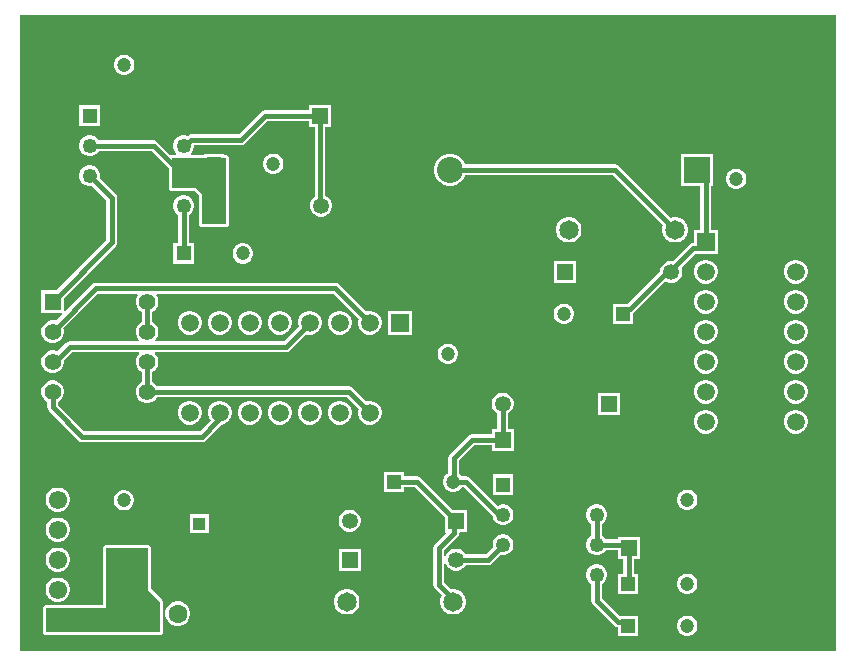
<source format=gtl>
G04*
G04 #@! TF.GenerationSoftware,Altium Limited,Altium Designer,21.2.1 (34)*
G04*
G04 Layer_Physical_Order=1*
G04 Layer_Color=255*
%FSLAX25Y25*%
%MOIN*%
G70*
G04*
G04 #@! TF.SameCoordinates,3CCBA5C7-3EF3-4D3C-93EB-A50EB93EC52C*
G04*
G04*
G04 #@! TF.FilePolarity,Positive*
G04*
G01*
G75*
%ADD18C,0.04921*%
%ADD19R,0.04921X0.04921*%
%ADD22C,0.04724*%
%ADD23R,0.04724X0.04724*%
%ADD24C,0.05512*%
%ADD25R,0.05512X0.05512*%
%ADD26R,0.04724X0.04724*%
%ADD31C,0.04331*%
%ADD32R,0.04331X0.04331*%
%ADD33C,0.08661*%
%ADD34R,0.08661X0.08661*%
%ADD37C,0.01500*%
%ADD38C,0.05906*%
%ADD39R,0.05906X0.05906*%
%ADD40R,0.05315X0.05315*%
%ADD41C,0.05315*%
%ADD42C,0.06496*%
%ADD43R,0.05906X0.05906*%
%ADD44C,0.06299*%
%ADD45R,0.06299X0.06299*%
%ADD46R,0.06102X0.06102*%
%ADD47C,0.06102*%
G36*
X273471Y1529D02*
X1529D01*
Y213471D01*
X273471D01*
Y1529D01*
D02*
G37*
%LPC*%
G36*
X36600Y200362D02*
X35715D01*
X34860Y200133D01*
X34093Y199690D01*
X33467Y199064D01*
X33024Y198298D01*
X32795Y197443D01*
Y196557D01*
X33024Y195702D01*
X33467Y194936D01*
X34093Y194310D01*
X34860Y193867D01*
X35715Y193638D01*
X36600D01*
X37455Y193867D01*
X38222Y194310D01*
X38848Y194936D01*
X39291Y195702D01*
X39520Y196557D01*
Y197443D01*
X39291Y198298D01*
X38848Y199064D01*
X38222Y199690D01*
X37455Y200133D01*
X36600Y200362D01*
D02*
G37*
G36*
X105091Y183658D02*
X97776D01*
Y181784D01*
X83000D01*
X83000Y181784D01*
X82317Y181649D01*
X81738Y181262D01*
X74261Y173784D01*
X58511D01*
X58511Y173784D01*
X57828Y173649D01*
X57249Y173262D01*
X57249Y173262D01*
X57222Y173234D01*
X56377Y173461D01*
X55466D01*
X54585Y173225D01*
X53796Y172769D01*
X53152Y172125D01*
X52697Y171336D01*
X52461Y170456D01*
Y169544D01*
X52697Y168664D01*
X53152Y167875D01*
X53508Y167520D01*
X53300Y167020D01*
X52000D01*
X51610Y166942D01*
X51546Y166899D01*
X47183Y171262D01*
X46604Y171649D01*
X45921Y171784D01*
X27627D01*
X27431Y172125D01*
X26786Y172769D01*
X25997Y173225D01*
X25117Y173461D01*
X24206D01*
X23326Y173225D01*
X22536Y172769D01*
X21892Y172125D01*
X21437Y171336D01*
X21201Y170456D01*
Y169544D01*
X21437Y168664D01*
X21892Y167875D01*
X22536Y167231D01*
X23326Y166775D01*
X24206Y166539D01*
X25117D01*
X25997Y166775D01*
X26786Y167231D01*
X27431Y167875D01*
X27627Y168216D01*
X45182D01*
X50980Y162417D01*
Y156000D01*
X51058Y155610D01*
X51279Y155279D01*
X51610Y155058D01*
X52000Y154980D01*
X59578D01*
X60980Y153578D01*
Y144000D01*
X61058Y143610D01*
X61279Y143279D01*
X61610Y143058D01*
X62000Y142980D01*
X70000D01*
X70390Y143058D01*
X70721Y143279D01*
X70942Y143610D01*
X71020Y144000D01*
Y166000D01*
X70942Y166390D01*
X70721Y166721D01*
X70390Y166942D01*
X70000Y167020D01*
X69520D01*
Y167362D01*
X62795D01*
Y167020D01*
X58542D01*
X58335Y167520D01*
X58690Y167875D01*
X59146Y168664D01*
X59382Y169544D01*
Y170216D01*
X75000D01*
X75683Y170352D01*
X76262Y170738D01*
X83739Y178216D01*
X97776D01*
Y176342D01*
X99649D01*
Y153030D01*
X99471Y152927D01*
X98790Y152246D01*
X98308Y151412D01*
X98059Y150481D01*
Y149519D01*
X98308Y148588D01*
X98790Y147754D01*
X99471Y147073D01*
X100305Y146592D01*
X101235Y146343D01*
X102198D01*
X103128Y146592D01*
X103962Y147073D01*
X104643Y147754D01*
X105125Y148588D01*
X105374Y149519D01*
Y150481D01*
X105125Y151412D01*
X104643Y152246D01*
X103962Y152927D01*
X103217Y153357D01*
Y176342D01*
X105091D01*
Y183658D01*
D02*
G37*
G36*
X28122Y183461D02*
X21201D01*
Y176539D01*
X28122D01*
Y183461D01*
D02*
G37*
G36*
X86285Y167362D02*
X85400D01*
X84545Y167133D01*
X83778Y166690D01*
X83152Y166064D01*
X82709Y165298D01*
X82480Y164443D01*
Y163557D01*
X82709Y162702D01*
X83152Y161936D01*
X83778Y161310D01*
X84545Y160867D01*
X85400Y160638D01*
X86285D01*
X87140Y160867D01*
X87907Y161310D01*
X88533Y161936D01*
X88976Y162702D01*
X89205Y163557D01*
Y164443D01*
X88976Y165298D01*
X88533Y166064D01*
X87907Y166690D01*
X87140Y167133D01*
X86285Y167362D01*
D02*
G37*
G36*
X240600Y162362D02*
X239715D01*
X238860Y162133D01*
X238093Y161690D01*
X237467Y161064D01*
X237024Y160298D01*
X236795Y159443D01*
Y158557D01*
X237024Y157702D01*
X237467Y156936D01*
X238093Y156310D01*
X238860Y155867D01*
X239715Y155638D01*
X240600D01*
X241455Y155867D01*
X242222Y156310D01*
X242848Y156936D01*
X243290Y157702D01*
X243520Y158557D01*
Y159443D01*
X243290Y160298D01*
X242848Y161064D01*
X242222Y161690D01*
X241455Y162133D01*
X240600Y162362D01*
D02*
G37*
G36*
X145481Y167331D02*
X144078D01*
X142722Y166967D01*
X141506Y166266D01*
X140514Y165273D01*
X139812Y164058D01*
X139449Y162702D01*
Y161298D01*
X139812Y159942D01*
X140514Y158727D01*
X141506Y157734D01*
X142722Y157033D01*
X144078Y156669D01*
X145481D01*
X146837Y157033D01*
X148053Y157734D01*
X149045Y158727D01*
X149747Y159942D01*
X149820Y160216D01*
X198977D01*
X215715Y143478D01*
X215469Y142559D01*
Y141441D01*
X215758Y140360D01*
X216317Y139392D01*
X217108Y138601D01*
X218077Y138041D01*
X219157Y137752D01*
X220276D01*
X221356Y138041D01*
X222325Y138601D01*
X223116Y139392D01*
X223675Y140360D01*
X223965Y141441D01*
Y142559D01*
X223675Y143640D01*
X223116Y144608D01*
X222325Y145399D01*
X221356Y145958D01*
X220276Y146248D01*
X219157D01*
X218238Y146002D01*
X200978Y163262D01*
X200399Y163648D01*
X199716Y163784D01*
X149820D01*
X149747Y164058D01*
X149045Y165273D01*
X148053Y166266D01*
X146837Y166967D01*
X145481Y167331D01*
D02*
G37*
G36*
X184843Y146248D02*
X183724D01*
X182644Y145958D01*
X181675Y145399D01*
X180884Y144608D01*
X180325Y143640D01*
X180035Y142559D01*
Y141441D01*
X180325Y140360D01*
X180884Y139392D01*
X181675Y138601D01*
X182644Y138041D01*
X183724Y137752D01*
X184843D01*
X185923Y138041D01*
X186892Y138601D01*
X187683Y139392D01*
X188242Y140360D01*
X188531Y141441D01*
Y142559D01*
X188242Y143640D01*
X187683Y144608D01*
X186892Y145399D01*
X185923Y145958D01*
X184843Y146248D01*
D02*
G37*
G36*
X232551Y167331D02*
X221890D01*
Y156669D01*
X228216D01*
Y141953D01*
X226047D01*
Y137582D01*
X225797D01*
X225114Y137446D01*
X224536Y137059D01*
X224535Y137059D01*
X219101Y131625D01*
X218979Y131658D01*
X218016D01*
X217086Y131408D01*
X216252Y130927D01*
X215571Y130246D01*
X215089Y129412D01*
X214840Y128481D01*
Y128363D01*
X203854Y117377D01*
X203780Y117362D01*
X198978D01*
Y110638D01*
X205702D01*
Y114236D01*
X205874Y114350D01*
X216470Y124947D01*
X217086Y124592D01*
X218016Y124343D01*
X218979D01*
X219909Y124592D01*
X220743Y125073D01*
X221424Y125754D01*
X221906Y126588D01*
X222155Y127518D01*
Y128481D01*
X221912Y129389D01*
X226536Y134013D01*
X227797D01*
X227970Y134047D01*
X233953D01*
Y141953D01*
X231784D01*
Y156669D01*
X232551D01*
Y167331D01*
D02*
G37*
G36*
X76049Y137441D02*
X75164D01*
X74309Y137212D01*
X73542Y136769D01*
X72916Y136143D01*
X72473Y135377D01*
X72244Y134521D01*
Y133636D01*
X72473Y132781D01*
X72916Y132014D01*
X73542Y131388D01*
X74309Y130946D01*
X75164Y130717D01*
X76049D01*
X76904Y130946D01*
X77671Y131388D01*
X78297Y132014D01*
X78739Y132781D01*
X78969Y133636D01*
Y134521D01*
X78739Y135377D01*
X78297Y136143D01*
X77671Y136769D01*
X76904Y137212D01*
X76049Y137441D01*
D02*
G37*
G36*
X56377Y153461D02*
X55466D01*
X54585Y153225D01*
X53796Y152769D01*
X53152Y152125D01*
X52697Y151336D01*
X52461Y150456D01*
Y149544D01*
X52697Y148664D01*
X53152Y147875D01*
X53796Y147231D01*
X54137Y147034D01*
Y137441D01*
X52559D01*
Y130717D01*
X59284D01*
Y137441D01*
X57705D01*
Y147034D01*
X58046Y147231D01*
X58690Y147875D01*
X59146Y148664D01*
X59382Y149544D01*
Y150456D01*
X59146Y151336D01*
X58690Y152125D01*
X58046Y152769D01*
X57257Y153225D01*
X56377Y153461D01*
D02*
G37*
G36*
X186722Y131658D02*
X179407D01*
Y124343D01*
X186722D01*
Y131658D01*
D02*
G37*
G36*
X260520Y131953D02*
X259480D01*
X258474Y131683D01*
X257573Y131163D01*
X256837Y130427D01*
X256317Y129526D01*
X256047Y128520D01*
Y127480D01*
X256317Y126474D01*
X256837Y125573D01*
X257573Y124837D01*
X258474Y124317D01*
X259480Y124047D01*
X260520D01*
X261526Y124317D01*
X262427Y124837D01*
X263163Y125573D01*
X263683Y126474D01*
X263953Y127480D01*
Y128520D01*
X263683Y129526D01*
X263163Y130427D01*
X262427Y131163D01*
X261526Y131683D01*
X260520Y131953D01*
D02*
G37*
G36*
X230520D02*
X229480D01*
X228474Y131683D01*
X227573Y131163D01*
X226837Y130427D01*
X226317Y129526D01*
X226047Y128520D01*
Y127480D01*
X226317Y126474D01*
X226837Y125573D01*
X227573Y124837D01*
X228474Y124317D01*
X229480Y124047D01*
X230520D01*
X231526Y124317D01*
X232427Y124837D01*
X233163Y125573D01*
X233683Y126474D01*
X233953Y127480D01*
Y128520D01*
X233683Y129526D01*
X233163Y130427D01*
X232427Y131163D01*
X231526Y131683D01*
X230520Y131953D01*
D02*
G37*
G36*
X260520Y121953D02*
X259480D01*
X258474Y121683D01*
X257573Y121163D01*
X256837Y120427D01*
X256317Y119526D01*
X256047Y118520D01*
Y117480D01*
X256317Y116474D01*
X256837Y115573D01*
X257573Y114837D01*
X258474Y114317D01*
X259480Y114047D01*
X260520D01*
X261526Y114317D01*
X262427Y114837D01*
X263163Y115573D01*
X263683Y116474D01*
X263953Y117480D01*
Y118520D01*
X263683Y119526D01*
X263163Y120427D01*
X262427Y121163D01*
X261526Y121683D01*
X260520Y121953D01*
D02*
G37*
G36*
X230520D02*
X229480D01*
X228474Y121683D01*
X227573Y121163D01*
X226837Y120427D01*
X226317Y119526D01*
X226047Y118520D01*
Y117480D01*
X226317Y116474D01*
X226837Y115573D01*
X227573Y114837D01*
X228474Y114317D01*
X229480Y114047D01*
X230520D01*
X231526Y114317D01*
X232427Y114837D01*
X233163Y115573D01*
X233683Y116474D01*
X233953Y117480D01*
Y118520D01*
X233683Y119526D01*
X233163Y120427D01*
X232427Y121163D01*
X231526Y121683D01*
X230520Y121953D01*
D02*
G37*
G36*
X183098Y117362D02*
X182212D01*
X181357Y117133D01*
X180591Y116690D01*
X179965Y116064D01*
X179522Y115298D01*
X179293Y114443D01*
Y113557D01*
X179522Y112702D01*
X179965Y111936D01*
X180591Y111310D01*
X181357Y110867D01*
X182212Y110638D01*
X183098D01*
X183953Y110867D01*
X184720Y111310D01*
X185345Y111936D01*
X185788Y112702D01*
X186017Y113557D01*
Y114443D01*
X185788Y115298D01*
X185345Y116064D01*
X184720Y116690D01*
X183953Y117133D01*
X183098Y117362D01*
D02*
G37*
G36*
X131953Y114953D02*
X124047D01*
Y107047D01*
X131953D01*
Y114953D01*
D02*
G37*
G36*
X25117Y163461D02*
X24206D01*
X23326Y163225D01*
X22536Y162769D01*
X21892Y162125D01*
X21437Y161336D01*
X21201Y160456D01*
Y159544D01*
X21437Y158664D01*
X21892Y157875D01*
X22536Y157231D01*
X23326Y156775D01*
X24206Y156539D01*
X25117D01*
X25497Y156641D01*
X30216Y151922D01*
Y138489D01*
X13483Y121756D01*
X8494D01*
Y114244D01*
X15317D01*
X15509Y113782D01*
X13327Y111600D01*
X12744Y111756D01*
X11755D01*
X10800Y111500D01*
X9944Y111005D01*
X9245Y110306D01*
X8750Y109450D01*
X8494Y108494D01*
Y107506D01*
X8750Y106550D01*
X9245Y105694D01*
X9944Y104994D01*
X10800Y104500D01*
X11755Y104244D01*
X12744D01*
X13700Y104500D01*
X14556Y104994D01*
X15256Y105694D01*
X15750Y106550D01*
X16006Y107506D01*
Y108494D01*
X15850Y109077D01*
X27495Y120722D01*
X40527D01*
X40696Y120222D01*
X40250Y119450D01*
X39994Y118494D01*
Y117506D01*
X40250Y116550D01*
X40745Y115694D01*
X41444Y114995D01*
X41966Y114693D01*
Y111307D01*
X41444Y111005D01*
X40745Y110306D01*
X40250Y109450D01*
X39994Y108494D01*
Y107506D01*
X40250Y106550D01*
X40745Y105694D01*
X41154Y105284D01*
X40947Y104784D01*
X18000D01*
X18000Y104784D01*
X17317Y104648D01*
X16738Y104262D01*
X16738Y104262D01*
X13875Y101399D01*
X13700Y101500D01*
X12744Y101756D01*
X11755D01*
X10800Y101500D01*
X9944Y101005D01*
X9245Y100306D01*
X8750Y99450D01*
X8494Y98494D01*
Y97505D01*
X8750Y96550D01*
X9245Y95694D01*
X9944Y94994D01*
X10800Y94500D01*
X11755Y94244D01*
X12744D01*
X13700Y94500D01*
X14556Y94994D01*
X15256Y95694D01*
X15750Y96550D01*
X16006Y97505D01*
Y98483D01*
X18739Y101216D01*
X40947D01*
X41154Y100716D01*
X40745Y100306D01*
X40250Y99450D01*
X39994Y98494D01*
Y97505D01*
X40250Y96550D01*
X40745Y95694D01*
X41444Y94994D01*
X41966Y94693D01*
Y91307D01*
X41444Y91005D01*
X40745Y90306D01*
X40250Y89450D01*
X39994Y88494D01*
Y87506D01*
X40250Y86550D01*
X40745Y85694D01*
X41444Y84995D01*
X42300Y84500D01*
X43255Y84244D01*
X44245D01*
X45200Y84500D01*
X46056Y84995D01*
X46755Y85694D01*
X47057Y86216D01*
X110261D01*
X114239Y82237D01*
X114047Y81520D01*
Y80480D01*
X114317Y79474D01*
X114837Y78573D01*
X115573Y77837D01*
X116474Y77317D01*
X117480Y77047D01*
X118520D01*
X119526Y77317D01*
X120427Y77837D01*
X121163Y78573D01*
X121683Y79474D01*
X121953Y80480D01*
Y81520D01*
X121683Y82526D01*
X121163Y83427D01*
X120427Y84163D01*
X119526Y84683D01*
X118520Y84953D01*
X117480D01*
X116763Y84761D01*
X112262Y89262D01*
X111683Y89648D01*
X111000Y89784D01*
X47057D01*
X46755Y90306D01*
X46056Y91005D01*
X45534Y91307D01*
Y94693D01*
X46056Y94994D01*
X46755Y95694D01*
X47250Y96550D01*
X47506Y97505D01*
Y98494D01*
X47250Y99450D01*
X46755Y100306D01*
X46346Y100716D01*
X46553Y101216D01*
X90000D01*
X90683Y101351D01*
X91262Y101738D01*
X96763Y107239D01*
X97480Y107047D01*
X98520D01*
X99526Y107317D01*
X100427Y107837D01*
X101163Y108573D01*
X101683Y109474D01*
X101953Y110480D01*
Y111520D01*
X101683Y112526D01*
X101163Y113427D01*
X100427Y114163D01*
X99526Y114683D01*
X98520Y114953D01*
X97480D01*
X96474Y114683D01*
X95573Y114163D01*
X94837Y113427D01*
X94317Y112526D01*
X94047Y111520D01*
Y110480D01*
X94239Y109763D01*
X89261Y104784D01*
X46553D01*
X46346Y105284D01*
X46755Y105694D01*
X47250Y106550D01*
X47506Y107506D01*
Y108494D01*
X47250Y109450D01*
X46755Y110306D01*
X46056Y111005D01*
X45534Y111307D01*
Y114693D01*
X46056Y114995D01*
X46755Y115694D01*
X47250Y116550D01*
X47506Y117506D01*
Y118494D01*
X47250Y119450D01*
X46804Y120222D01*
X46973Y120722D01*
X105755D01*
X114239Y112237D01*
X114047Y111520D01*
Y110480D01*
X114317Y109474D01*
X114837Y108573D01*
X115573Y107837D01*
X116474Y107317D01*
X117480Y107047D01*
X118520D01*
X119526Y107317D01*
X120427Y107837D01*
X121163Y108573D01*
X121683Y109474D01*
X121953Y110480D01*
Y111520D01*
X121683Y112526D01*
X121163Y113427D01*
X120427Y114163D01*
X119526Y114683D01*
X118520Y114953D01*
X117480D01*
X116763Y114761D01*
X107756Y123768D01*
X107177Y124154D01*
X106494Y124290D01*
X26756D01*
X26073Y124154D01*
X25494Y123768D01*
X25494Y123768D01*
X16468Y114741D01*
X16006Y114933D01*
Y119232D01*
X33262Y136488D01*
X33262Y136488D01*
X33648Y137067D01*
X33784Y137750D01*
Y152661D01*
X33784Y152661D01*
X33648Y153344D01*
X33262Y153923D01*
X28020Y159165D01*
X28122Y159544D01*
Y160456D01*
X27886Y161336D01*
X27431Y162125D01*
X26786Y162769D01*
X25997Y163225D01*
X25117Y163461D01*
D02*
G37*
G36*
X108520Y114953D02*
X107480D01*
X106474Y114683D01*
X105573Y114163D01*
X104837Y113427D01*
X104317Y112526D01*
X104047Y111520D01*
Y110480D01*
X104317Y109474D01*
X104837Y108573D01*
X105573Y107837D01*
X106474Y107317D01*
X107480Y107047D01*
X108520D01*
X109526Y107317D01*
X110427Y107837D01*
X111163Y108573D01*
X111683Y109474D01*
X111953Y110480D01*
Y111520D01*
X111683Y112526D01*
X111163Y113427D01*
X110427Y114163D01*
X109526Y114683D01*
X108520Y114953D01*
D02*
G37*
G36*
X88520D02*
X87480D01*
X86474Y114683D01*
X85573Y114163D01*
X84837Y113427D01*
X84317Y112526D01*
X84047Y111520D01*
Y110480D01*
X84317Y109474D01*
X84837Y108573D01*
X85573Y107837D01*
X86474Y107317D01*
X87480Y107047D01*
X88520D01*
X89526Y107317D01*
X90427Y107837D01*
X91163Y108573D01*
X91683Y109474D01*
X91953Y110480D01*
Y111520D01*
X91683Y112526D01*
X91163Y113427D01*
X90427Y114163D01*
X89526Y114683D01*
X88520Y114953D01*
D02*
G37*
G36*
X78520D02*
X77480D01*
X76474Y114683D01*
X75573Y114163D01*
X74837Y113427D01*
X74317Y112526D01*
X74047Y111520D01*
Y110480D01*
X74317Y109474D01*
X74837Y108573D01*
X75573Y107837D01*
X76474Y107317D01*
X77480Y107047D01*
X78520D01*
X79526Y107317D01*
X80427Y107837D01*
X81163Y108573D01*
X81683Y109474D01*
X81953Y110480D01*
Y111520D01*
X81683Y112526D01*
X81163Y113427D01*
X80427Y114163D01*
X79526Y114683D01*
X78520Y114953D01*
D02*
G37*
G36*
X68520D02*
X67480D01*
X66474Y114683D01*
X65573Y114163D01*
X64837Y113427D01*
X64317Y112526D01*
X64047Y111520D01*
Y110480D01*
X64317Y109474D01*
X64837Y108573D01*
X65573Y107837D01*
X66474Y107317D01*
X67480Y107047D01*
X68520D01*
X69526Y107317D01*
X70427Y107837D01*
X71163Y108573D01*
X71683Y109474D01*
X71953Y110480D01*
Y111520D01*
X71683Y112526D01*
X71163Y113427D01*
X70427Y114163D01*
X69526Y114683D01*
X68520Y114953D01*
D02*
G37*
G36*
X58520D02*
X57480D01*
X56474Y114683D01*
X55573Y114163D01*
X54837Y113427D01*
X54317Y112526D01*
X54047Y111520D01*
Y110480D01*
X54317Y109474D01*
X54837Y108573D01*
X55573Y107837D01*
X56474Y107317D01*
X57480Y107047D01*
X58520D01*
X59526Y107317D01*
X60427Y107837D01*
X61163Y108573D01*
X61683Y109474D01*
X61953Y110480D01*
Y111520D01*
X61683Y112526D01*
X61163Y113427D01*
X60427Y114163D01*
X59526Y114683D01*
X58520Y114953D01*
D02*
G37*
G36*
X260520Y111953D02*
X259480D01*
X258474Y111683D01*
X257573Y111163D01*
X256837Y110427D01*
X256317Y109526D01*
X256047Y108520D01*
Y107480D01*
X256317Y106474D01*
X256837Y105573D01*
X257573Y104837D01*
X258474Y104317D01*
X259480Y104047D01*
X260520D01*
X261526Y104317D01*
X262427Y104837D01*
X263163Y105573D01*
X263683Y106474D01*
X263953Y107480D01*
Y108520D01*
X263683Y109526D01*
X263163Y110427D01*
X262427Y111163D01*
X261526Y111683D01*
X260520Y111953D01*
D02*
G37*
G36*
X230520D02*
X229480D01*
X228474Y111683D01*
X227573Y111163D01*
X226837Y110427D01*
X226317Y109526D01*
X226047Y108520D01*
Y107480D01*
X226317Y106474D01*
X226837Y105573D01*
X227573Y104837D01*
X228474Y104317D01*
X229480Y104047D01*
X230520D01*
X231526Y104317D01*
X232427Y104837D01*
X233163Y105573D01*
X233683Y106474D01*
X233953Y107480D01*
Y108520D01*
X233683Y109526D01*
X233163Y110427D01*
X232427Y111163D01*
X231526Y111683D01*
X230520Y111953D01*
D02*
G37*
G36*
X144443Y104047D02*
X143557D01*
X142702Y103818D01*
X141936Y103375D01*
X141310Y102750D01*
X140867Y101983D01*
X140638Y101128D01*
Y100242D01*
X140867Y99387D01*
X141310Y98621D01*
X141936Y97995D01*
X142702Y97552D01*
X143557Y97323D01*
X144443D01*
X145298Y97552D01*
X146064Y97995D01*
X146690Y98621D01*
X147133Y99387D01*
X147362Y100242D01*
Y101128D01*
X147133Y101983D01*
X146690Y102750D01*
X146064Y103375D01*
X145298Y103818D01*
X144443Y104047D01*
D02*
G37*
G36*
X260520Y101953D02*
X259480D01*
X258474Y101683D01*
X257573Y101163D01*
X256837Y100427D01*
X256317Y99526D01*
X256047Y98520D01*
Y97480D01*
X256317Y96474D01*
X256837Y95573D01*
X257573Y94837D01*
X258474Y94317D01*
X259480Y94047D01*
X260520D01*
X261526Y94317D01*
X262427Y94837D01*
X263163Y95573D01*
X263683Y96474D01*
X263953Y97480D01*
Y98520D01*
X263683Y99526D01*
X263163Y100427D01*
X262427Y101163D01*
X261526Y101683D01*
X260520Y101953D01*
D02*
G37*
G36*
X230520D02*
X229480D01*
X228474Y101683D01*
X227573Y101163D01*
X226837Y100427D01*
X226317Y99526D01*
X226047Y98520D01*
Y97480D01*
X226317Y96474D01*
X226837Y95573D01*
X227573Y94837D01*
X228474Y94317D01*
X229480Y94047D01*
X230520D01*
X231526Y94317D01*
X232427Y94837D01*
X233163Y95573D01*
X233683Y96474D01*
X233953Y97480D01*
Y98520D01*
X233683Y99526D01*
X233163Y100427D01*
X232427Y101163D01*
X231526Y101683D01*
X230520Y101953D01*
D02*
G37*
G36*
X260520Y91953D02*
X259480D01*
X258474Y91683D01*
X257573Y91163D01*
X256837Y90427D01*
X256317Y89526D01*
X256047Y88520D01*
Y87480D01*
X256317Y86474D01*
X256837Y85573D01*
X257573Y84837D01*
X258474Y84317D01*
X259480Y84047D01*
X260520D01*
X261526Y84317D01*
X262427Y84837D01*
X263163Y85573D01*
X263683Y86474D01*
X263953Y87480D01*
Y88520D01*
X263683Y89526D01*
X263163Y90427D01*
X262427Y91163D01*
X261526Y91683D01*
X260520Y91953D01*
D02*
G37*
G36*
X230520D02*
X229480D01*
X228474Y91683D01*
X227573Y91163D01*
X226837Y90427D01*
X226317Y89526D01*
X226047Y88520D01*
Y87480D01*
X226317Y86474D01*
X226837Y85573D01*
X227573Y84837D01*
X228474Y84317D01*
X229480Y84047D01*
X230520D01*
X231526Y84317D01*
X232427Y84837D01*
X233163Y85573D01*
X233683Y86474D01*
X233953Y87480D01*
Y88520D01*
X233683Y89526D01*
X233163Y90427D01*
X232427Y91163D01*
X231526Y91683D01*
X230520Y91953D01*
D02*
G37*
G36*
X201374Y87657D02*
X194059D01*
Y80343D01*
X201374D01*
Y87657D01*
D02*
G37*
G36*
X108520Y84953D02*
X107480D01*
X106474Y84683D01*
X105573Y84163D01*
X104837Y83427D01*
X104317Y82526D01*
X104047Y81520D01*
Y80480D01*
X104317Y79474D01*
X104837Y78573D01*
X105573Y77837D01*
X106474Y77317D01*
X107480Y77047D01*
X108520D01*
X109526Y77317D01*
X110427Y77837D01*
X111163Y78573D01*
X111683Y79474D01*
X111953Y80480D01*
Y81520D01*
X111683Y82526D01*
X111163Y83427D01*
X110427Y84163D01*
X109526Y84683D01*
X108520Y84953D01*
D02*
G37*
G36*
X98520D02*
X97480D01*
X96474Y84683D01*
X95573Y84163D01*
X94837Y83427D01*
X94317Y82526D01*
X94047Y81520D01*
Y80480D01*
X94317Y79474D01*
X94837Y78573D01*
X95573Y77837D01*
X96474Y77317D01*
X97480Y77047D01*
X98520D01*
X99526Y77317D01*
X100427Y77837D01*
X101163Y78573D01*
X101683Y79474D01*
X101953Y80480D01*
Y81520D01*
X101683Y82526D01*
X101163Y83427D01*
X100427Y84163D01*
X99526Y84683D01*
X98520Y84953D01*
D02*
G37*
G36*
X88520D02*
X87480D01*
X86474Y84683D01*
X85573Y84163D01*
X84837Y83427D01*
X84317Y82526D01*
X84047Y81520D01*
Y80480D01*
X84317Y79474D01*
X84837Y78573D01*
X85573Y77837D01*
X86474Y77317D01*
X87480Y77047D01*
X88520D01*
X89526Y77317D01*
X90427Y77837D01*
X91163Y78573D01*
X91683Y79474D01*
X91953Y80480D01*
Y81520D01*
X91683Y82526D01*
X91163Y83427D01*
X90427Y84163D01*
X89526Y84683D01*
X88520Y84953D01*
D02*
G37*
G36*
X78520D02*
X77480D01*
X76474Y84683D01*
X75573Y84163D01*
X74837Y83427D01*
X74317Y82526D01*
X74047Y81520D01*
Y80480D01*
X74317Y79474D01*
X74837Y78573D01*
X75573Y77837D01*
X76474Y77317D01*
X77480Y77047D01*
X78520D01*
X79526Y77317D01*
X80427Y77837D01*
X81163Y78573D01*
X81683Y79474D01*
X81953Y80480D01*
Y81520D01*
X81683Y82526D01*
X81163Y83427D01*
X80427Y84163D01*
X79526Y84683D01*
X78520Y84953D01*
D02*
G37*
G36*
X58520D02*
X57480D01*
X56474Y84683D01*
X55573Y84163D01*
X54837Y83427D01*
X54317Y82526D01*
X54047Y81520D01*
Y80480D01*
X54317Y79474D01*
X54837Y78573D01*
X55573Y77837D01*
X56474Y77317D01*
X57480Y77047D01*
X58520D01*
X59526Y77317D01*
X60427Y77837D01*
X61163Y78573D01*
X61683Y79474D01*
X61953Y80480D01*
Y81520D01*
X61683Y82526D01*
X61163Y83427D01*
X60427Y84163D01*
X59526Y84683D01*
X58520Y84953D01*
D02*
G37*
G36*
X260520Y81953D02*
X259480D01*
X258474Y81683D01*
X257573Y81163D01*
X256837Y80427D01*
X256317Y79526D01*
X256047Y78520D01*
Y77480D01*
X256317Y76474D01*
X256837Y75573D01*
X257573Y74837D01*
X258474Y74317D01*
X259480Y74047D01*
X260520D01*
X261526Y74317D01*
X262427Y74837D01*
X263163Y75573D01*
X263683Y76474D01*
X263953Y77480D01*
Y78520D01*
X263683Y79526D01*
X263163Y80427D01*
X262427Y81163D01*
X261526Y81683D01*
X260520Y81953D01*
D02*
G37*
G36*
X230520D02*
X229480D01*
X228474Y81683D01*
X227573Y81163D01*
X226837Y80427D01*
X226317Y79526D01*
X226047Y78520D01*
Y77480D01*
X226317Y76474D01*
X226837Y75573D01*
X227573Y74837D01*
X228474Y74317D01*
X229480Y74047D01*
X230520D01*
X231526Y74317D01*
X232427Y74837D01*
X233163Y75573D01*
X233683Y76474D01*
X233953Y77480D01*
Y78520D01*
X233683Y79526D01*
X233163Y80427D01*
X232427Y81163D01*
X231526Y81683D01*
X230520Y81953D01*
D02*
G37*
G36*
X12744Y91756D02*
X11755D01*
X10800Y91500D01*
X9944Y91005D01*
X9245Y90306D01*
X8750Y89450D01*
X8494Y88494D01*
Y87506D01*
X8750Y86550D01*
X9245Y85694D01*
X9944Y84995D01*
X10466Y84693D01*
Y82750D01*
X10602Y82067D01*
X10988Y81488D01*
X20738Y71738D01*
X21317Y71351D01*
X22000Y71216D01*
X22000Y71216D01*
X62000D01*
X62683Y71351D01*
X63262Y71738D01*
X68419Y76895D01*
X68520Y77047D01*
X68520D01*
X69526Y77317D01*
X70427Y77837D01*
X71163Y78573D01*
X71683Y79474D01*
X71953Y80480D01*
Y81520D01*
X71683Y82526D01*
X71163Y83427D01*
X70427Y84163D01*
X69526Y84683D01*
X68520Y84953D01*
X67480D01*
X66474Y84683D01*
X65573Y84163D01*
X64837Y83427D01*
X64317Y82526D01*
X64047Y81520D01*
Y80480D01*
X64317Y79474D01*
X64837Y78573D01*
X64943Y78467D01*
X61261Y74784D01*
X22739D01*
X14034Y83489D01*
Y84693D01*
X14556Y84995D01*
X15256Y85694D01*
X15750Y86550D01*
X16006Y87506D01*
Y88494D01*
X15750Y89450D01*
X15256Y90306D01*
X14556Y91005D01*
X13700Y91500D01*
X12744Y91756D01*
D02*
G37*
G36*
X162765Y87657D02*
X161802D01*
X160872Y87408D01*
X160038Y86927D01*
X159357Y86246D01*
X158875Y85412D01*
X158626Y84482D01*
Y83518D01*
X158875Y82588D01*
X159357Y81754D01*
X160038Y81073D01*
X160499Y80807D01*
Y75657D01*
X158626D01*
Y73784D01*
X152000D01*
X151317Y73649D01*
X150738Y73262D01*
X144738Y67262D01*
X144351Y66683D01*
X144216Y66000D01*
Y60943D01*
X143778Y60690D01*
X143152Y60064D01*
X142709Y59298D01*
X142480Y58443D01*
Y57557D01*
X142709Y56702D01*
X143152Y55936D01*
X143778Y55310D01*
X144545Y54867D01*
X145400Y54638D01*
X146285D01*
X147140Y54867D01*
X147907Y55310D01*
X148533Y55936D01*
X148689Y56205D01*
X149271D01*
X158909Y46567D01*
Y46544D01*
X159145Y45664D01*
X159601Y44875D01*
X160245Y44231D01*
X161034Y43775D01*
X161915Y43539D01*
X162826D01*
X163706Y43775D01*
X164495Y44231D01*
X165139Y44875D01*
X165595Y45664D01*
X165831Y46544D01*
Y47456D01*
X165595Y48336D01*
X165139Y49125D01*
X164495Y49769D01*
X163706Y50225D01*
X162826Y50461D01*
X161915D01*
X161034Y50225D01*
X160568Y49955D01*
X151272Y59251D01*
X150693Y59638D01*
X150010Y59774D01*
X148701D01*
X148533Y60064D01*
X147907Y60690D01*
X147784Y60761D01*
Y65261D01*
X152739Y70216D01*
X158626D01*
Y68343D01*
X165941D01*
Y75657D01*
X164068D01*
Y80807D01*
X164529Y81073D01*
X165210Y81754D01*
X165692Y82588D01*
X165941Y83518D01*
Y84482D01*
X165692Y85412D01*
X165210Y86246D01*
X164529Y86927D01*
X163695Y87408D01*
X162765Y87657D01*
D02*
G37*
G36*
X165831Y60461D02*
X158909D01*
Y53539D01*
X165831D01*
Y60461D01*
D02*
G37*
G36*
X224285Y55362D02*
X223400D01*
X222545Y55133D01*
X221778Y54690D01*
X221152Y54064D01*
X220709Y53298D01*
X220480Y52443D01*
Y51557D01*
X220709Y50702D01*
X221152Y49936D01*
X221778Y49310D01*
X222545Y48867D01*
X223400Y48638D01*
X224285D01*
X225140Y48867D01*
X225907Y49310D01*
X226533Y49936D01*
X226976Y50702D01*
X227205Y51557D01*
Y52443D01*
X226976Y53298D01*
X226533Y54064D01*
X225907Y54690D01*
X225140Y55133D01*
X224285Y55362D01*
D02*
G37*
G36*
X36443Y55205D02*
X35557D01*
X34702Y54976D01*
X33936Y54533D01*
X33310Y53907D01*
X32867Y53140D01*
X32638Y52285D01*
Y51400D01*
X32867Y50545D01*
X33310Y49778D01*
X33936Y49152D01*
X34702Y48709D01*
X35557Y48480D01*
X36443D01*
X37298Y48709D01*
X38064Y49152D01*
X38690Y49778D01*
X39133Y50545D01*
X39362Y51400D01*
Y52285D01*
X39133Y53140D01*
X38690Y53907D01*
X38064Y54533D01*
X37298Y54976D01*
X36443Y55205D01*
D02*
G37*
G36*
X14533Y56051D02*
X13467D01*
X12436Y55775D01*
X11513Y55242D01*
X10758Y54488D01*
X10225Y53564D01*
X9949Y52533D01*
Y51467D01*
X10225Y50436D01*
X10758Y49512D01*
X11513Y48758D01*
X12436Y48225D01*
X13467Y47949D01*
X14533D01*
X15564Y48225D01*
X16488Y48758D01*
X17242Y49512D01*
X17775Y50436D01*
X18051Y51467D01*
Y52533D01*
X17775Y53564D01*
X17242Y54488D01*
X16488Y55242D01*
X15564Y55775D01*
X14533Y56051D01*
D02*
G37*
G36*
X111765Y48658D02*
X110802D01*
X109872Y48408D01*
X109038Y47927D01*
X108357Y47246D01*
X107875Y46412D01*
X107626Y45482D01*
Y44519D01*
X107875Y43588D01*
X108357Y42754D01*
X109038Y42073D01*
X109872Y41592D01*
X110802Y41342D01*
X111765D01*
X112695Y41592D01*
X113529Y42073D01*
X114210Y42754D01*
X114692Y43588D01*
X114941Y44519D01*
Y45482D01*
X114692Y46412D01*
X114210Y47246D01*
X113529Y47927D01*
X112695Y48408D01*
X111765Y48658D01*
D02*
G37*
G36*
X64244Y47165D02*
X57913D01*
Y40835D01*
X64244D01*
Y47165D01*
D02*
G37*
G36*
X14533Y46051D02*
X13467D01*
X12436Y45775D01*
X11513Y45242D01*
X10758Y44488D01*
X10225Y43564D01*
X9949Y42533D01*
Y41467D01*
X10225Y40436D01*
X10758Y39513D01*
X11513Y38758D01*
X12436Y38225D01*
X13467Y37949D01*
X14533D01*
X15564Y38225D01*
X16488Y38758D01*
X17242Y39513D01*
X17775Y40436D01*
X18051Y41467D01*
Y42533D01*
X17775Y43564D01*
X17242Y44488D01*
X16488Y45242D01*
X15564Y45775D01*
X14533Y46051D01*
D02*
G37*
G36*
X129520Y61362D02*
X122795D01*
Y54638D01*
X129520D01*
Y56216D01*
X132977D01*
X143059Y46134D01*
Y41342D01*
X143166D01*
X143357Y40881D01*
X139738Y37262D01*
X139351Y36683D01*
X139216Y36000D01*
Y23677D01*
X139351Y22994D01*
X139738Y22415D01*
X142035Y20119D01*
X141758Y19640D01*
X141469Y18559D01*
Y17441D01*
X141758Y16360D01*
X142317Y15392D01*
X143108Y14601D01*
X144077Y14041D01*
X145157Y13752D01*
X146276D01*
X147356Y14041D01*
X148325Y14601D01*
X149116Y15392D01*
X149675Y16360D01*
X149965Y17441D01*
Y18559D01*
X149675Y19640D01*
X149116Y20608D01*
X148325Y21399D01*
X147356Y21959D01*
X146276Y22248D01*
X145157D01*
X144996Y22205D01*
X142784Y24416D01*
Y30612D01*
X143284Y30678D01*
X143308Y30588D01*
X143790Y29754D01*
X144471Y29073D01*
X145305Y28592D01*
X146235Y28343D01*
X147198D01*
X148128Y28592D01*
X148962Y29073D01*
X149643Y29754D01*
X149910Y30216D01*
X157370D01*
X158053Y30351D01*
X158632Y30738D01*
X161535Y33641D01*
X161915Y33539D01*
X162826D01*
X163706Y33775D01*
X164495Y34231D01*
X165139Y34875D01*
X165595Y35664D01*
X165831Y36544D01*
Y37456D01*
X165595Y38336D01*
X165139Y39125D01*
X164495Y39769D01*
X163706Y40225D01*
X162826Y40461D01*
X161915D01*
X161034Y40225D01*
X160245Y39769D01*
X159601Y39125D01*
X159145Y38336D01*
X158909Y37456D01*
Y36544D01*
X159011Y36165D01*
X156631Y33784D01*
X149910D01*
X149643Y34246D01*
X148962Y34927D01*
X148128Y35408D01*
X147198Y35658D01*
X146235D01*
X145305Y35408D01*
X144471Y34927D01*
X143790Y34246D01*
X143308Y33412D01*
X143284Y33322D01*
X142784Y33388D01*
Y35261D01*
X147233Y39709D01*
X147620Y40288D01*
X147756Y40971D01*
X148063Y41342D01*
X150374D01*
Y48658D01*
X145582D01*
X134978Y59262D01*
X134399Y59649D01*
X133716Y59784D01*
X129520D01*
Y61362D01*
D02*
G37*
G36*
X114941Y35658D02*
X107626D01*
Y28343D01*
X114941D01*
Y35658D01*
D02*
G37*
G36*
X14533Y36051D02*
X13467D01*
X12436Y35775D01*
X11513Y35242D01*
X10758Y34488D01*
X10225Y33564D01*
X9949Y32533D01*
Y31467D01*
X10225Y30436D01*
X10758Y29513D01*
X11513Y28758D01*
X12436Y28225D01*
X13467Y27949D01*
X14533D01*
X15564Y28225D01*
X16488Y28758D01*
X17242Y29513D01*
X17775Y30436D01*
X18051Y31467D01*
Y32533D01*
X17775Y33564D01*
X17242Y34488D01*
X16488Y35242D01*
X15564Y35775D01*
X14533Y36051D01*
D02*
G37*
G36*
X224285Y27362D02*
X223400D01*
X222545Y27133D01*
X221778Y26690D01*
X221152Y26064D01*
X220709Y25298D01*
X220480Y24443D01*
Y23557D01*
X220709Y22702D01*
X221152Y21936D01*
X221778Y21310D01*
X222545Y20867D01*
X223400Y20638D01*
X224285D01*
X225140Y20867D01*
X225907Y21310D01*
X226533Y21936D01*
X226976Y22702D01*
X227205Y23557D01*
Y24443D01*
X226976Y25298D01*
X226533Y26064D01*
X225907Y26690D01*
X225140Y27133D01*
X224285Y27362D01*
D02*
G37*
G36*
X194086Y50461D02*
X193174D01*
X192294Y50225D01*
X191505Y49769D01*
X190861Y49125D01*
X190405Y48336D01*
X190169Y47456D01*
Y46544D01*
X190405Y45664D01*
X190861Y44875D01*
X191505Y44231D01*
X191846Y44034D01*
Y39966D01*
X191505Y39769D01*
X190861Y39125D01*
X190405Y38336D01*
X190169Y37456D01*
Y36544D01*
X190405Y35664D01*
X190861Y34875D01*
X191505Y34231D01*
X192294Y33775D01*
X193174Y33539D01*
X194086D01*
X194966Y33775D01*
X195755Y34231D01*
X196399Y34875D01*
X196596Y35216D01*
X200626D01*
Y32342D01*
X202499D01*
Y27362D01*
X200795D01*
Y20638D01*
X207520D01*
Y27362D01*
X206068D01*
Y32342D01*
X207941D01*
Y39658D01*
X200626D01*
Y38784D01*
X196596D01*
X196399Y39125D01*
X195755Y39769D01*
X195414Y39966D01*
Y44034D01*
X195755Y44231D01*
X196399Y44875D01*
X196855Y45664D01*
X197091Y46544D01*
Y47456D01*
X196855Y48336D01*
X196399Y49125D01*
X195755Y49769D01*
X194966Y50225D01*
X194086Y50461D01*
D02*
G37*
G36*
X14533Y26051D02*
X13467D01*
X12436Y25775D01*
X11513Y25242D01*
X10758Y24487D01*
X10225Y23564D01*
X9949Y22533D01*
Y21467D01*
X10225Y20436D01*
X10758Y19512D01*
X11513Y18758D01*
X12436Y18225D01*
X13467Y17949D01*
X14533D01*
X15564Y18225D01*
X16488Y18758D01*
X17242Y19512D01*
X17775Y20436D01*
X18051Y21467D01*
Y22533D01*
X17775Y23564D01*
X17242Y24487D01*
X16488Y25242D01*
X15564Y25775D01*
X14533Y26051D01*
D02*
G37*
G36*
X110843Y22248D02*
X109724D01*
X108644Y21959D01*
X107675Y21399D01*
X106884Y20608D01*
X106325Y19640D01*
X106035Y18559D01*
Y17441D01*
X106325Y16360D01*
X106884Y15392D01*
X107675Y14601D01*
X108644Y14041D01*
X109724Y13752D01*
X110843D01*
X111923Y14041D01*
X112892Y14601D01*
X113683Y15392D01*
X114242Y16360D01*
X114532Y17441D01*
Y18559D01*
X114242Y19640D01*
X113683Y20608D01*
X112892Y21399D01*
X111923Y21959D01*
X110843Y22248D01*
D02*
G37*
G36*
X54546Y18150D02*
X53454D01*
X52398Y17867D01*
X51452Y17321D01*
X50679Y16548D01*
X50133Y15602D01*
X49850Y14546D01*
Y13454D01*
X50133Y12398D01*
X50679Y11452D01*
X51452Y10679D01*
X52398Y10133D01*
X53454Y9850D01*
X54546D01*
X55602Y10133D01*
X56548Y10679D01*
X57320Y11452D01*
X57867Y12398D01*
X58150Y13454D01*
Y14546D01*
X57867Y15602D01*
X57320Y16548D01*
X56548Y17321D01*
X55602Y17867D01*
X54546Y18150D01*
D02*
G37*
G36*
X44000Y37020D02*
X30000D01*
X29610Y36942D01*
X29279Y36721D01*
X29058Y36390D01*
X28980Y36000D01*
Y17020D01*
X10000D01*
X9610Y16942D01*
X9279Y16721D01*
X9058Y16390D01*
X8980Y16000D01*
Y8000D01*
X9058Y7610D01*
X9279Y7279D01*
X9610Y7058D01*
X10000Y6980D01*
X48000D01*
X48390Y7058D01*
X48721Y7279D01*
X48942Y7610D01*
X49020Y8000D01*
Y18000D01*
X48942Y18390D01*
X48721Y18721D01*
X45020Y22422D01*
Y36000D01*
X44942Y36390D01*
X44721Y36721D01*
X44390Y36942D01*
X44000Y37020D01*
D02*
G37*
G36*
X224285Y13362D02*
X223400D01*
X222545Y13133D01*
X221778Y12690D01*
X221152Y12064D01*
X220709Y11298D01*
X220480Y10443D01*
Y9557D01*
X220709Y8702D01*
X221152Y7936D01*
X221778Y7310D01*
X222545Y6867D01*
X223400Y6638D01*
X224285D01*
X225140Y6867D01*
X225907Y7310D01*
X226533Y7936D01*
X226976Y8702D01*
X227205Y9557D01*
Y10443D01*
X226976Y11298D01*
X226533Y12064D01*
X225907Y12690D01*
X225140Y13133D01*
X224285Y13362D01*
D02*
G37*
G36*
X194086Y30461D02*
X193174D01*
X192294Y30225D01*
X191505Y29769D01*
X190861Y29125D01*
X190405Y28336D01*
X190169Y27456D01*
Y26544D01*
X190405Y25664D01*
X190861Y24875D01*
X191505Y24231D01*
X191846Y24034D01*
Y18370D01*
X191981Y17687D01*
X192368Y17108D01*
X199364Y10113D01*
X199943Y9726D01*
X200625Y9590D01*
X200795D01*
Y6638D01*
X207520D01*
Y13362D01*
X201161D01*
X195414Y19109D01*
Y24034D01*
X195755Y24231D01*
X196399Y24875D01*
X196855Y25664D01*
X197091Y26544D01*
Y27456D01*
X196855Y28336D01*
X196399Y29125D01*
X195755Y29769D01*
X194966Y30225D01*
X194086Y30461D01*
D02*
G37*
%LPD*%
G36*
X70000Y144000D02*
X62000D01*
Y154000D01*
X60000Y156000D01*
X52000D01*
Y166000D01*
X70000D01*
Y144000D01*
D02*
G37*
G36*
X44000Y22000D02*
X48000Y18000D01*
Y8000D01*
X10000D01*
Y16000D01*
X30000D01*
Y36000D01*
X44000D01*
Y22000D01*
D02*
G37*
D18*
X55921Y180000D02*
D03*
Y170000D02*
D03*
Y160000D02*
D03*
Y150000D02*
D03*
X24661D02*
D03*
Y160000D02*
D03*
Y170000D02*
D03*
X193630Y57000D02*
D03*
Y47000D02*
D03*
Y37000D02*
D03*
Y27000D02*
D03*
X162370D02*
D03*
Y37000D02*
D03*
Y47000D02*
D03*
D19*
X24661Y180000D02*
D03*
X162370Y57000D02*
D03*
D22*
X85843Y164000D02*
D03*
X36158Y197000D02*
D03*
X144000Y100685D02*
D03*
X75606Y134079D02*
D03*
X145843Y58000D02*
D03*
X223843Y10000D02*
D03*
Y24000D02*
D03*
Y52000D02*
D03*
X182655Y114000D02*
D03*
X240158Y159000D02*
D03*
X36000Y51842D02*
D03*
D23*
X66158Y164000D02*
D03*
X55843Y197000D02*
D03*
X55921Y134079D02*
D03*
X126157Y58000D02*
D03*
X204157Y10000D02*
D03*
Y24000D02*
D03*
Y52000D02*
D03*
X202340Y114000D02*
D03*
X259842Y159000D02*
D03*
D24*
X12250Y88000D02*
D03*
Y98000D02*
D03*
Y108000D02*
D03*
X43750Y88000D02*
D03*
Y98000D02*
D03*
Y108000D02*
D03*
Y118000D02*
D03*
D25*
X12250D02*
D03*
D26*
X144000Y81000D02*
D03*
X36000Y32157D02*
D03*
D31*
X70921Y44000D02*
D03*
D32*
X61079D02*
D03*
D33*
X144780Y162000D02*
D03*
D34*
X227221D02*
D03*
D37*
X111000Y88000D02*
X118000Y81000D01*
X43750Y88000D02*
X111000D01*
X43750D02*
Y98000D01*
X24661Y160000D02*
X32000Y152661D01*
X12250Y118000D02*
X32000Y137750D01*
Y152661D01*
X199716Y162000D02*
X219717Y142000D01*
X144780Y162000D02*
X199716D01*
X218498Y128000D02*
Y128498D01*
X225797Y135797D01*
X227797D01*
X216270Y127270D02*
X217768D01*
X203952Y115612D02*
X204612D01*
X202340Y114000D02*
X203952Y115612D01*
X204612D02*
X216270Y127270D01*
X227797Y135797D02*
X230000Y138000D01*
X227221Y162000D02*
X230000Y159221D01*
Y138000D02*
Y159221D01*
X259842Y159000D02*
X260000Y158843D01*
Y138000D02*
Y158843D01*
X58511Y172000D02*
X75000D01*
X83000Y180000D02*
X101433D01*
X75000Y172000D02*
X83000Y180000D01*
X101433Y150284D02*
Y180000D01*
X55921D02*
Y196921D01*
X55843Y197000D02*
X55921Y196921D01*
Y180000D02*
X66000D01*
X21000Y175000D02*
X50921D01*
X55921Y180000D01*
X17000Y171000D02*
X21000Y175000D01*
X17000Y157661D02*
Y171000D01*
Y157661D02*
X24661Y150000D01*
X65497Y178000D02*
X66284D01*
X12250Y82750D02*
Y88000D01*
X13000Y98000D02*
X18000Y103000D01*
X12250Y108000D02*
X26756Y122506D01*
X12250Y98000D02*
X13000D01*
X67157Y78157D02*
Y80157D01*
X106494Y122506D02*
X118000Y111000D01*
X26756Y122506D02*
X106494D01*
X18000Y103000D02*
X90000D01*
X43750Y108000D02*
Y118000D01*
X90000Y103000D02*
X98000Y111000D01*
X24661Y170000D02*
X45921D01*
X55921D02*
X56511D01*
X58511Y172000D01*
X45921Y170000D02*
X55921Y160000D01*
X55606Y134079D02*
X55685Y134158D01*
X55921Y134079D02*
Y150000D01*
X101433Y150284D02*
X101716Y150000D01*
X67157Y80157D02*
X68000Y81000D01*
X22000Y73000D02*
X62000D01*
X126157Y58000D02*
X133716D01*
X146716Y45000D01*
X145971Y44255D02*
X146716Y45000D01*
X145971Y40971D02*
Y44255D01*
X141000Y23677D02*
Y36000D01*
X145971Y40971D01*
X141000Y23677D02*
X145717Y18960D01*
Y18000D02*
Y18960D01*
X146716Y32000D02*
X157370D01*
X162370Y37000D01*
X62000Y73000D02*
X67157Y78157D01*
X12250Y82750D02*
X22000Y73000D01*
X208000Y52000D02*
X224000Y36000D01*
X239717D01*
X160345Y47655D02*
X161715D01*
X150010Y57990D02*
X160345Y47655D01*
X161715D02*
X162370Y47000D01*
X145853Y57990D02*
X150010D01*
X145843Y58000D02*
X146000Y58157D01*
X145843Y58000D02*
X145853Y57990D01*
X146000Y58157D02*
Y66000D01*
X163000Y27000D02*
X193000Y57000D01*
X193630Y37000D02*
Y47000D01*
X146000Y66000D02*
X152000Y72000D01*
X162284D01*
X202783Y11374D02*
X204157Y10000D01*
X200625Y11374D02*
X202783D01*
X193630Y18370D02*
X200625Y11374D01*
X162370Y27000D02*
X163000D01*
X198630Y52000D02*
X204157D01*
X208000D01*
X193630Y57000D02*
X198630Y52000D01*
X193000Y57000D02*
X193630D01*
Y18370D02*
Y27000D01*
Y37000D02*
X203284D01*
X204157Y24000D02*
X204283Y24126D01*
X203284Y37000D02*
X204283Y36000D01*
Y24126D02*
Y36000D01*
X162284Y72000D02*
Y84000D01*
X193630Y57000D02*
X197716Y61087D01*
Y72000D01*
X42000Y12000D02*
X44000Y14000D01*
D38*
X58000Y81000D02*
D03*
X68000D02*
D03*
X78000D02*
D03*
X88000D02*
D03*
X98000D02*
D03*
X108000D02*
D03*
X118000D02*
D03*
X128000D02*
D03*
X58000Y111000D02*
D03*
X68000D02*
D03*
X78000D02*
D03*
X88000D02*
D03*
X98000D02*
D03*
X108000D02*
D03*
X118000D02*
D03*
X260000Y78000D02*
D03*
Y88000D02*
D03*
Y98000D02*
D03*
Y108000D02*
D03*
Y118000D02*
D03*
Y128000D02*
D03*
Y138000D02*
D03*
X230000Y78000D02*
D03*
Y88000D02*
D03*
Y98000D02*
D03*
Y108000D02*
D03*
Y118000D02*
D03*
Y128000D02*
D03*
D39*
X128000Y111000D02*
D03*
D40*
X66284Y150000D02*
D03*
X101433Y180000D02*
D03*
X197716Y84000D02*
D03*
X162284Y72000D02*
D03*
X204283Y36000D02*
D03*
X146716Y45000D02*
D03*
X111284Y32000D02*
D03*
X183064Y128000D02*
D03*
D41*
X101716Y150000D02*
D03*
X66000Y180000D02*
D03*
X162284Y84000D02*
D03*
X197716Y72000D02*
D03*
X239717Y36000D02*
D03*
X111284Y45000D02*
D03*
X146716Y32000D02*
D03*
X218498Y128000D02*
D03*
D42*
X110284Y18000D02*
D03*
X145717D02*
D03*
X184283Y142000D02*
D03*
X219717D02*
D03*
D43*
X230000Y138000D02*
D03*
D44*
X64000Y14000D02*
D03*
X54000D02*
D03*
D45*
X44000D02*
D03*
D46*
X14000Y12000D02*
D03*
D47*
Y22000D02*
D03*
Y32000D02*
D03*
Y42000D02*
D03*
Y52000D02*
D03*
M02*

</source>
